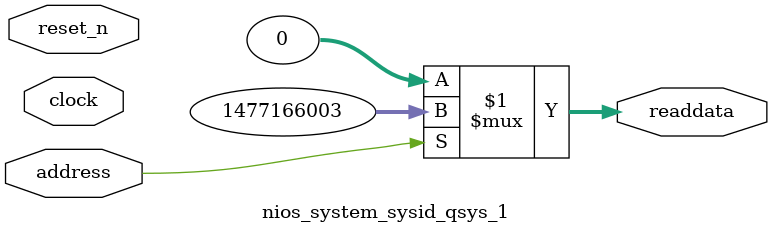
<source format=v>

`timescale 1ns / 1ps
// synthesis translate_on

// turn off superfluous verilog processor warnings 
// altera message_level Level1 
// altera message_off 10034 10035 10036 10037 10230 10240 10030 

module nios_system_sysid_qsys_1 (
               // inputs:
                address,
                clock,
                reset_n,

               // outputs:
                readdata
             )
;

  output  [ 31: 0] readdata;
  input            address;
  input            clock;
  input            reset_n;

  wire    [ 31: 0] readdata;
  //control_slave, which is an e_avalon_slave
  assign readdata = address ? 1477166003 : 0;

endmodule




</source>
